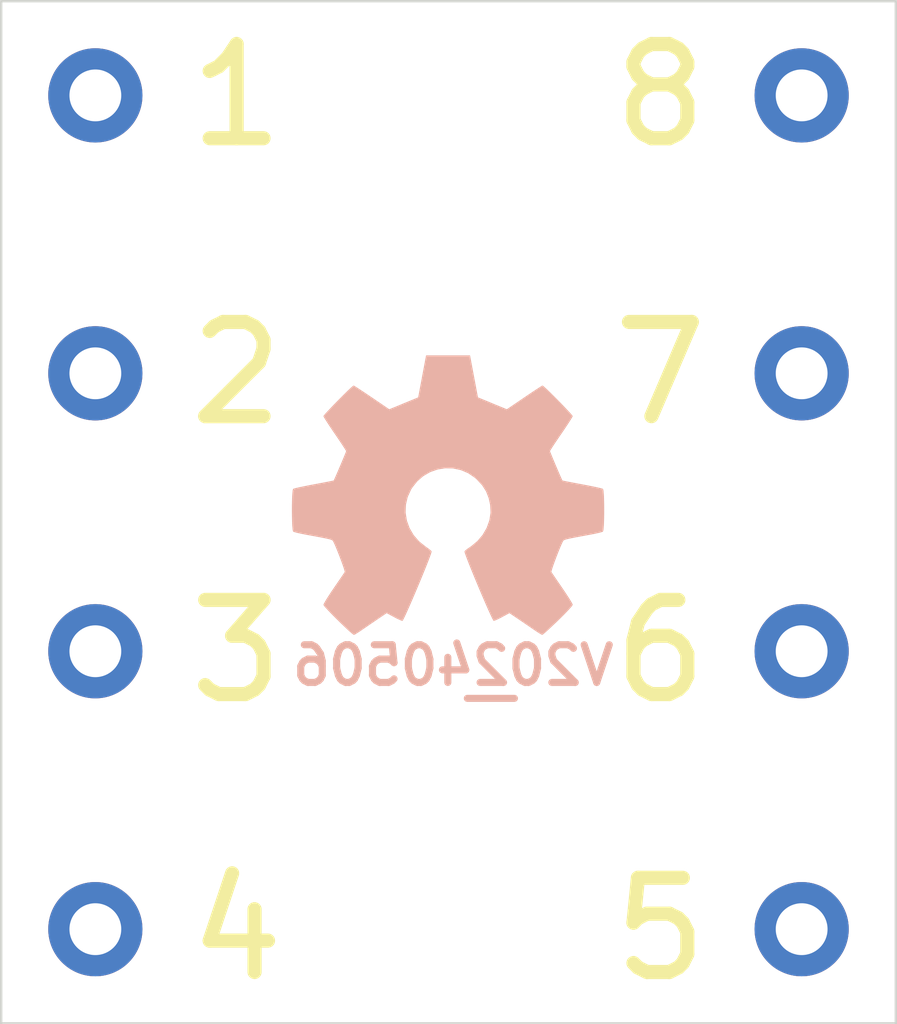
<source format=kicad_pcb>
(kicad_pcb (version 20221018) (generator pcbnew)
  (layers (0 "F.Cu" mixed) (31 "B.Cu" mixed) (34 "B.Paste" user) (35 "F.Paste" user) (36 "B.SilkS" user "B.Silkscreen") (37 "F.SilkS" user "F.Silkscreen") (38 "B.Mask" user) (39 "F.Mask" user) (44 "Edge.Cuts" user))
  (net 0 "")
  (net 1 "Net-(J1-Pin_1)")
  (footprint "mill-max:PC_pin_nail_head_6092" (layer "F.Cu") (at 142.5 62.5)
    (fp_text reference "J1")
    (fp_text value "1" (at 3 0) (layer "F.SilkS") (effects (font (size 2 2) (thickness 0.3))))
    (pad "1" thru_hole circle locked (at 0 0) (size 2 2) (drill 1.1) (layers "*.Cu" "*.Mask") (net 1 "Net-(J1-Pin_1)"))
  )
  (footprint "mill-max:PC_pin_nail_head_6092" (layer "F.Cu") (at 142.5 68.4)
    (fp_text reference "J2")
    (fp_text value "2" (at 3 0) (layer "F.SilkS") (effects (font (size 2 2) (thickness 0.3))))
    (pad "1" thru_hole circle locked (at 0 0) (size 2 2) (drill 1.1) (layers "*.Cu" "*.Mask") (net 1 "Net-(J1-Pin_1)"))
  )
  (footprint "mill-max:PC_pin_nail_head_6092" (layer "F.Cu") (at 142.5 74.3)
    (fp_text reference "J3")
    (fp_text value "3" (at 3 0) (layer "F.SilkS") (effects (font (size 2 2) (thickness 0.3))))
    (pad "1" thru_hole circle locked (at 0 0) (size 2 2) (drill 1.1) (layers "*.Cu" "*.Mask") (net 1 "Net-(J1-Pin_1)"))
  )
  (footprint "mill-max:PC_pin_nail_head_6092" (layer "F.Cu") (at 157.5 80.2)
    (fp_text reference "J5")
    (fp_text value "5" (at -3 0) (layer "F.SilkS") (effects (font (size 2 2) (thickness 0.3))))
    (pad "1" thru_hole circle locked (at 0 0) (size 2 2) (drill 1.1) (layers "*.Cu" "*.Mask") (net 1 "Net-(J1-Pin_1)"))
  )
  (footprint "mill-max:PC_pin_nail_head_6092" (layer "F.Cu") (at 157.5 74.3)
    (fp_text reference "J6")
    (fp_text value "6" (at -3 0) (layer "F.SilkS") (effects (font (size 2 2) (thickness 0.3))))
    (pad "1" thru_hole circle locked (at 0 0) (size 2 2) (drill 1.1) (layers "*.Cu" "*.Mask") (net 1 "Net-(J1-Pin_1)"))
  )
  (footprint "mill-max:PC_pin_nail_head_6092" (layer "F.Cu") (at 142.5 80.2 180)
    (fp_text reference "J4")
    (fp_text value "4" (at -3 0) (layer "F.SilkS") (effects (font (size 2 2) (thickness 0.3))))
    (pad "1" thru_hole circle locked (at 0 0 180) (size 2 2) (drill 1.1) (layers "*.Cu" "*.Mask") (net 1 "Net-(J1-Pin_1)"))
  )
  (footprint "mill-max:PC_pin_nail_head_6092" (layer "F.Cu") (at 157.5 62.5)
    (fp_text reference "J8")
    (fp_text value "8" (at -3 0) (layer "F.SilkS") (effects (font (size 2 2) (thickness 0.3))))
    (pad "1" thru_hole circle locked (at 0 0) (size 2 2) (drill 1.1) (layers "*.Cu" "*.Mask") (net 1 "Net-(J1-Pin_1)"))
  )
  (footprint "mill-max:PC_pin_nail_head_6092" (layer "F.Cu") (at 157.5 68.4)
    (fp_text reference "J7")
    (fp_text value "7" (at -3 0) (layer "F.SilkS") (effects (font (size 2 2) (thickness 0.3))))
    (pad "1" thru_hole circle locked (at 0 0) (size 2 2) (drill 1.1) (layers "*.Cu" "*.Mask") (net 1 "Net-(J1-Pin_1)"))
  )
  (footprint "Symbol:OSHW-Symbol_6.7x6mm_SilkScreen" (layer "B.Cu") (at 150 71 180)
    (fp_text reference "N2" hide)
    (fp_text value "OHWLOGO" hide)
    (fp_poly (pts (xy 0.555814 2.531069) (xy 0.639635 2.086445) (xy 0.94892 1.958947) (xy 1.258206 1.831449) (xy 1.629246 2.083754) (xy 1.733157 2.154004) (xy 1.827087 2.216728) (xy 1.906652 2.269062) (xy 1.96747 2.308143) (xy 2.005157 2.331107) (xy 2.015421 2.336058) (xy 2.03391 2.323324) (xy 2.07342 2.288118) (xy 2.129522 2.234938) (xy 2.197787 2.168282) (xy 2.273786 2.092646) (xy 2.353092 2.012528) (xy 2.431275 1.932426) (xy 2.503907 1.856836) (xy 2.566559 1.790255) (xy 2.614803 1.737182) (xy 2.64421 1.702113) (xy 2.651241 1.690377) (xy 2.641123 1.66874) (xy 2.612759 1.621338) (xy 2.569129 1.552807) (xy 2.513218 1.467785) (xy 2.448006 1.370907) (xy 2.410219 1.31565) (xy 2.341343 1.214752) (xy 2.28014 1.123701) (xy 2.229578 1.04703) (xy 2.192628 0.989272) (xy 2.172258 0.954957) (xy 2.169197 0.947746) (xy 2.176136 0.927252) (xy 2.195051 0.879487) (xy 2.223087 0.811168) (xy 2.257391 0.729011) (xy 2.295109 0.63973) (xy 2.333387 0.550042) (xy 2.36937 0.466662) (xy 2.400206 0.396306) (xy 2.423039 0.34569) (xy 2.435017 0.321529) (xy 2.435724 0.320578) (xy 2.454531 0.315964) (xy 2.504618 0.305672) (xy 2.580793 0.290713) (xy 2.677865 0.272099) (xy 2.790643 0.250841) (xy 2.856442 0.238582) (xy 2.97695 0.215638) (xy 3.085797 0.193805) (xy 3.177476 0.174278) (xy 3.246481 0.158252) (xy 3.287304 0.146921) (xy 3.295511 0.143326) (xy 3.303548 0.118994) (xy 3.310033 0.064041) (xy 3.31497 -0.015108) (xy 3.318364 -0.112026) (xy 3.320218 -0.220287) (xy 3.320538 -0.333465) (xy 3.319327 -0.445135) (xy 3.31659 -0.548868) (xy 3.312331 -0.638241) (xy 3.306555 -0.706826) (xy 3.299267 -0.748197) (xy 3.294895 -0.75681) (xy 3.268764 -0.767133) (xy 3.213393 -0.781892) (xy 3.136107 -0.799352) (xy 3.04423 -0.81778) (xy 3.012158 -0.823741) (xy 2.857524 -0.852066) (xy 2.735375 -0.874876) (xy 2.641673 -0.89308) (xy 2.572384 -0.907583) (xy 2.523471 -0.919292) (xy 2.490897 -0.929115) (xy 2.470628 -0.937956) (xy 2.458626 -0.946724) (xy 2.456947 -0.948457) (xy 2.440184 -0.976371) (xy 2.414614 -1.030695) (xy 2.382788 -1.104777) (xy 2.34726 -1.191965) (xy 2.310583 -1.285608) (xy 2.275311 -1.379052) (xy 2.243996 -1.465647) (xy 2.219193 -1.53874) (xy 2.203454 -1.591678) (xy 2.199332 -1.617811) (xy 2.199676 -1.618726) (xy 2.213641 -1.640086) (xy 2.245322 -1.687084) (xy 2.291391 -1.754827) (xy 2.348518 -1.838423) (xy 2.413373 -1.932982) (xy 2.431843 -1.959854) (xy 2.497699 -2.057275) (xy 2.55565 -2.146163) (xy 2.602538 -2.221412) (xy 2.635207 -2.27792) (xy 2.6505 -2.310581) (xy 2.651241 -2.314593) (xy 2.638392 -2.335684) (xy 2.602888 -2.377464) (xy 2.549293 -2.435445) (xy 2.482171 -2.505135) (xy 2.406087 -2.582045) (xy 2.325604 -2.661683) (xy 2.245287 -2.739561) (xy 2.169699 -2.811186) (xy 2.103405 -2.87207) (xy 2.050969 -2.917721) (xy 2.016955 -2.94365) (xy 2.007545 -2.947883) (xy 1.985643 -2.937912) (xy 1.9408 -2.91102) (xy 1.880321 -2.871736) (xy 1.833789 -2.840117) (xy 1.749475 -2.782098) (xy 1.649626 -2.713784) (xy 1.549473 -2.645579) (xy 1.495627 -2.609075) (xy 1.313371 -2.4858) (xy 1.160381 -2.56852) (xy 1.090682 -2.604759) (xy 1.031414 -2.632926) (xy 0.991311 -2.648991) (xy 0.981103 -2.651226) (xy 0.968829 -2.634722) (xy 0.944613 -2.588082) (xy 0.910263 -2.515609) (xy 0.867588 -2.421606) (xy 0.818394 -2.310374) (xy 0.76449 -2.186215) (xy 0.707684 -2.053432) (xy 0.649782 -1.916327) (xy 0.592593 -1.779202) (xy 0.537924 -1.646358) (xy 0.487584 -1.522098) (xy 0.44338 -1.410725) (xy 0.407119 -1.316539) (xy 0.380609 -1.243844) (xy 0.365658 -1.196941) (xy 0.363254 -1.180833) (xy 0.382311 -1.160286) (xy 0.424036 -1.126933) (xy 0.479706 -1.087702) (xy 0.484378 -1.084599) (xy 0.628264 -0.969423) (xy 0.744283 -0.835053) (xy 0.83143 -0.685784) (xy 0.888699 -0.525913) (xy 0.915086 -0.359737) (xy 0.909585 -0.191552) (xy 0.87119 -0.025655) (xy 0.798895 0.133658) (xy 0.777626 0.168513) (xy 0.666996 0.309263) (xy 0.536302 0.422286) (xy 0.390064 0.506997) (xy 0.232808 0.562806) (xy 0.069057 0.589126) (xy -0.096667 0.58537) (xy -0.259838 0.55095) (xy -0.415935 0.485277) (xy -0.560433 0.387765) (xy -0.605131 0.348187) (xy -0.718888 0.224297) (xy -0.801782 0.093876) (xy -0.858644 -0.052315) (xy -0.890313 -0.197088) (xy -0.898131 -0.35986) (xy -0.872062 -0.52344) (xy -0.814755 -0.682298) (xy -0.728856 -0.830906) (xy -0.617014 -0.963735) (xy -0.481877 -1.075256) (xy -0.464117 -1.087011) (xy -0.40785 -1.125508) (xy -0.365077 -1.158863) (xy -0.344628 -1.18016) (xy -0.344331 -1.180833) (xy -0.348721 -1.203871) (xy -0.366124 -1.256157) (xy -0.394732 -1.33339) (xy -0.432735 -1.431268) (xy -0.478326 -1.545491) (xy -0.529697 -1.671758) (xy -0.585038 -1.805767) (xy -0.642542 -1.943218) (xy -0.700399 -2.079808) (xy -0.756802 -2.211237) (xy -0.809942 -2.333205) (xy -0.85801 -2.441409) (xy -0.899199 -2.531549) (xy -0.931699 -2.599323) (xy -0.953703 -2.64043) (xy -0.962564 -2.651226) (xy -0.98964 -2.642819) (xy -1.040303 -2.620272) (xy -1.105817 -2.587613) (xy -1.141841 -2.56852) (xy -1.294832 -2.4858) (xy -1.477088 -2.609075) (xy -1.570125 -2.672228) (xy -1.671985 -2.741727) (xy -1.767438 -2.807165) (xy -1.81525 -2.840117) (xy -1.882495 -2.885273) (xy -1.939436 -2.921057) (xy -1.978646 -2.942938) (xy -1.991381 -2.947563) (xy -2.009917 -2.935085) (xy -2.050941 -2.900252) (xy -2.110475 -2.846678) (xy -2.184542 -2.777983) (xy -2.269165 -2.697781) (xy -2.322685 -2.646286) (xy -2.416319 -2.554286) (xy -2.497241 -2.471999) (xy -2.562177 -2.402945) (xy -2.607858 -2.350644) (xy -2.631011 -2.318616) (xy -2.633232 -2.312116) (xy -2.622924 -2.287394) (xy -2.594439 -2.237405) (xy -2.550937 -2.167212) (xy -2.495577 -2.081875) (xy -2.43152 -1.986456) (xy -2.413303 -1.959854) (xy -2.346927 -1.863167) (xy -2.287378 -1.776117) (xy -2.237984 -1.703595) (xy -2.202075 -1.650493) (xy -2.182981 -1.621703) (xy -2.181136 -1.618726) (xy -2.183895 -1.595782) (xy -2.198538 -1.545336) (xy -2.222513 -1.474041) (xy -2.253266 -1.388547) (xy -2.288244 -1.295507) (xy -2.324893 -1.201574) (xy -2.360661 -1.113399) (xy -2.392994 -1.037634) (xy -2.419338 -0.980931) (xy -2.437142 -0.949943) (xy -2.438407 -0.948457) (xy -2.449294 -0.939601) (xy -2.467682 -0.930843) (xy -2.497606 -0.921277) (xy -2.543103 -0.909996) (xy -2.608209 -0.896093) (xy -2.696961 -0.878663) (xy -2.813393 -0.856798) (xy -2.961542 -0.829591) (xy -2.993618 -0.823741) (xy -3.088686 -0.805374) (xy -3.171565 -0.787405) (xy -3.23493 -0.771569) (xy -3.271458 -0.7596) (xy -3.276356 -0.75681) (xy -3.284427 -0.732072) (xy -3.290987 -0.67679) (xy -3.296033 -0.597389) (xy -3.299559 -0.500296) (xy -3.301561 -0.391938) (xy -3.302036 -0.27874) (xy -3.300977 -0.167128) (xy -3.298382 -0.063529) (xy -3.294246 0.025632) (xy -3.288563 0.093928) (xy -3.281331 0.134934) (xy -3.276971 0.143326) (xy -3.252698 0.151792) (xy -3.197426 0.165565) (xy -3.116662 0.18345) (xy -3.015912 0.204252) (xy -2.900683 0.226777) (xy -2.837902 0.238582) (xy -2.718787 0.260849) (xy -2.612565 0.281021) (xy -2.524427 0.298085) (xy -2.459566 0.311031) (xy -2.423174 0.318845) (xy -2.417184 0.320578) (xy -2.407061 0.34011) (xy -2.385662 0.387157) (xy -2.355839 0.454997) (xy -2.320445 0.536909) (xy -2.282332 0.626172) (xy -2.244353 0.716065) (xy -2.20936 0.799865) (xy -2.180206 0.870853) (xy -2.159743 0.922306) (xy -2.150823 0.947503) (xy -2.150657 0.948604) (xy -2.160769 0.968481) (xy -2.189117 1.014223) (xy -2.232723 1.081283) (xy -2.288606 1.165116) (xy -2.353787 1.261174) (xy -2.391679 1.31635) (xy -2.460725 1.417519) (xy -2.52205 1.50937) (xy -2.572663 1.587256) (xy -2.609571 1.646531) (xy -2.629782 1.682549) (xy -2.632701 1.690623) (xy -2.620153 1.709416) (xy -2.585463 1.749543) (xy -2.533063 1.806507) (xy -2.467384 1.875815) (xy -2.392856 1.952969) (xy -2.313913 2.033475) (xy -2.234983 2.112837) (xy -2.1605 2.18656) (xy -2.094894 2.250148) (xy -2.042596 2.299106) (xy -2.008039 2.328939) (xy -1.996478 2.336058) (xy -1.977654 2.326047) (xy -1.932631 2.297922) (xy -1.865787 2.254546) (xy -1.781499 2.198782) (xy -1.684144 2.133494) (xy -1.610707 2.083754) (xy -1.239667 1.831449) (xy -0.621095 2.086445) (xy -0.537275 2.531069) (xy -0.453454 2.975693) (xy 0.471994 2.975693) (xy 0.555814 2.531069)) (stroke (width 0.01)) (fill solid) (layer "B.SilkS"))
  )
  (footprint "SquantorLabels:Label_Generic" (layer "B.Cu") (at 150.9 74.7 180)
    (fp_text reference "N1" hide)
    (fp_text value "V20240506" (at 0.8 0.1) (layer "B.SilkS") (effects (font (size 0.8 0.8)) (justify mirror)))
    (fp_line (start -0.5 -0.6) (end 0.5 -0.6) (stroke (width 0.15)) (layer "B.SilkS"))
  )
  (gr_line (start 140.5 82.2) (end 159.5 82.2) (stroke (width 0.05)) (layer "Edge.Cuts"))
  (gr_line (start 159.5 60.5) (end 159.5 82.2) (stroke (width 0.05)) (layer "Edge.Cuts"))
  (gr_line (start 159.5 60.5) (end 140.5 60.5) (stroke (width 0.05)) (layer "Edge.Cuts"))
  (gr_line (start 140.5 82.2) (end 140.5 60.5) (stroke (width 0.05)) (layer "Edge.Cuts"))
)
</source>
